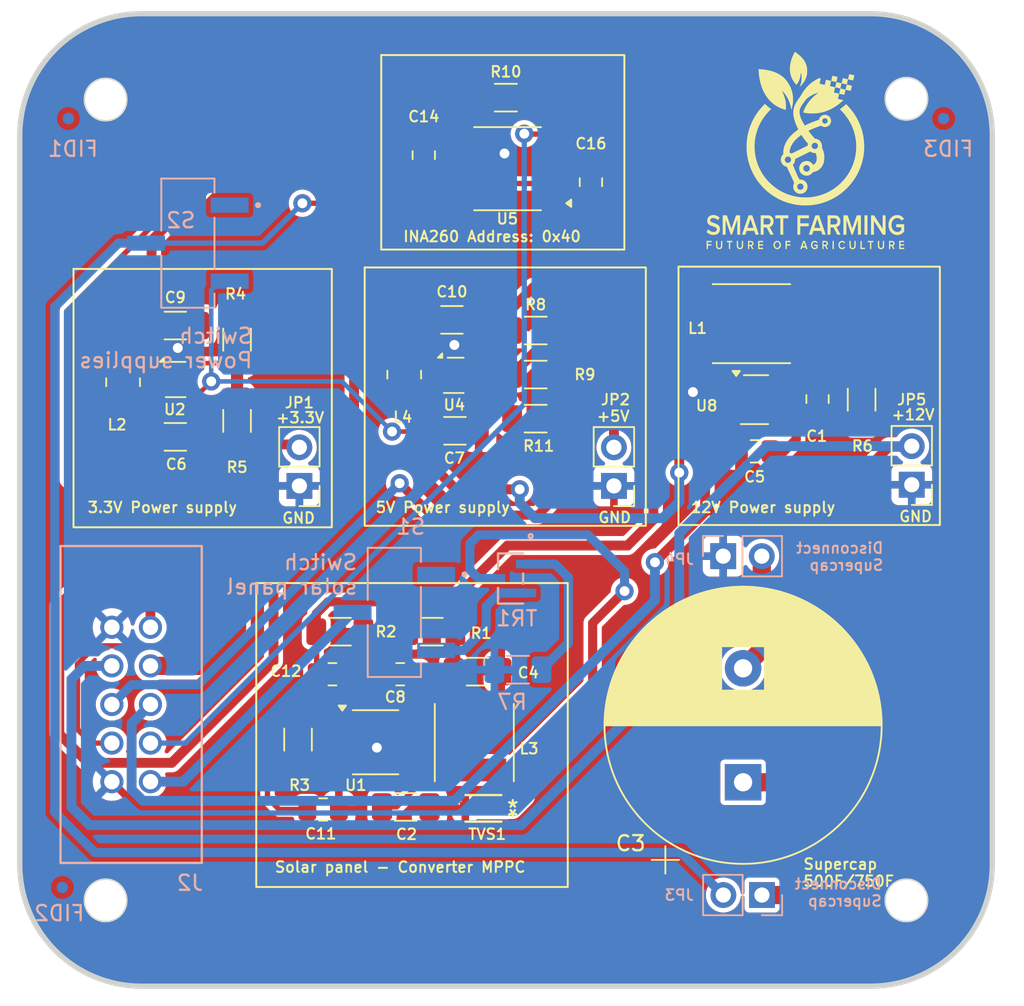
<source format=kicad_pcb>
(kicad_pcb (version 20240108) (generator "pcbnew") (generator_version "8.0")
  (title_block (title "Power_Supply") (date "2024-05-24") (rev "1.1") (company "Smart Farming gGmbH"))
  (layers (0 "F.Cu" signal) (31 "B.Cu" signal) (34 "B.Paste" user) (35 "F.Paste" user) (36 "B.SilkS" user "B.Silkscreen") (37 "F.SilkS" user "F.Silkscreen") (38 "B.Mask" user) (39 "F.Mask" user) (44 "Edge.Cuts" user))
  (net 0 "")
  (net 1 "Solar -")
  (net 2 "Net-(U1-VOUT)")
  (net 3 "Net-(JP3-A)")
  (net 4 "Net-(JP4-B)")
  (net 5 "Net-(JP3-B)")
  (net 6 "+12V")
  (net 7 "Net-(U4-FB)")
  (net 8 "Net-(U1-AUX)")
  (net 9 "Net-(U1-LDO)")
  (net 10 "Net-(U1-FB)")
  (net 11 "Net-(U2-EN)")
  (net 12 "VCC")
  (net 13 "+5.1V")
  (net 14 "Net-(U5-SCL)")
  (net 15 "Net-(U5-SDA)")
  (net 16 "Net-(U8-EN)")
  (net 17 "Net-(U1-SWITCH)")
  (net 18 "Net-(TR1-G)")
  (net 19 "Solar +")
  (net 20 "Net-(TR1-S)")
  (net 21 "Net-(TR1-D)")
  (net 22 "Net-(U2-LX1)")
  (net 23 "Net-(U2-LX2)")
  (net 24 "Net-(U4-LX1)")
  (net 25 "Net-(U4-LX2)")
  (net 26 "Net-(U8-SW)")
  (net 27 "Net-(U1-MPPC)")
  (net 28 "Net-(U2-FB)")
  (net 29 "Net-(U4-EN)")
  (net 32 "Net-(U5-ALERT)")
  (footprint "Resistor_SMD:R_1206_3216Metric_Pad1.30x1.75mm_HandSolder" (layer "F.Cu") (at 138.8625 102.87)
    (property "Reference" "R2")
    (property "Value" "360k 0.1%")
  )
  (footprint "Resistor_SMD:R_1206_3216Metric_Pad1.30x1.75mm_HandSolder" (layer "F.Cu") (at 132.1 83.65 90)
    (property "Reference" "R4")
    (property "Value" "91k 1%")
  )
  (footprint "Resistor_SMD:R_1206_3216Metric_Pad1.30x1.75mm_HandSolder" (layer "F.Cu") (at 173.2 87.6 90)
    (property "Reference" "R6")
    (property "Value" "47k")
  )
  (footprint "Capacitor_SMD:C_0805_2012Metric_Pad1.18x1.45mm_HandSolder" (layer "F.Cu") (at 170.3 87.5625 -90)
    (property "Reference" "C1")
    (property "Value" "1uF")
  )
  (footprint "Capacitor_SMD:C_0805_2012Metric_Pad1.18x1.45mm_HandSolder" (layer "F.Cu") (at 166.1625 91 180)
    (property "Reference" "C5")
    (property "Value" "4.7uF X7R Ceramic")
  )
  (footprint "Connector_PinHeader_2.54mm:PinHeader_1x02_P2.54mm_Vertical" (layer "F.Cu") (at 156.9 93.275 180)
    (property "Reference" "JP2")
    (property "Value" "Testpoint 5V")
  )
  (footprint "Capacitor_SMD:C_1206_3216Metric_Pad1.33x1.80mm_HandSolder" (layer "F.Cu") (at 143.2 114.4)
    (property "Reference" "C2")
    (property "Value" "100uF X7R Ceramic")
  )
  (footprint "Resistor_SMD:R_1206_3216Metric_Pad1.30x1.75mm_HandSolder" (layer "F.Cu") (at 151.75 83.05)
    (property "Reference" "R8")
    (property "Value" "845k 1%")
  )
  (footprint "Capacitor_THT:CP_Radial_D18.0mm_P7.50mm" (layer "F.Cu") (at 165.4 112.77778 90)
    (property "Reference" "C3")
    (property "Value" "C_SuperCap 3.8V 750F/H: 40mm")
  )
  (footprint "Capacitor_SMD:C_1206_3216Metric_Pad1.33x1.80mm_HandSolder" (layer "F.Cu") (at 146.4375 89.65)
    (property "Reference" "C7")
    (property "Value" "22uF X7R Ceramic")
  )
  (footprint "Package_SO:TSSOP-16_4.4x5mm_P0.65mm" (layer "F.Cu") (at 149.9 72.4 180)
    (property "Reference" "U5")
    (property "Value" "INA260")
  )
  (footprint "SmartFarming:Logo_Smart_Farming" (layer "F.Cu") (at 169.5 71.2)
    (property "Reference" "G**")
    (property "Value" "LOGO" (hide yes))
  )
  (footprint "SmartFarming:SOD-323HEUS2H_TOS" (layer "F.Cu") (at 148.3125 114.4955 180)
    (property "Reference" "TVS1")
    (property "Value" "CUHZ5V6_H3F")
  )
  (footprint "Inductor_SMD:L_1008_2520Metric_Pad1.43x2.20mm_HandSolder" (layer "F.Cu") (at 124.6 86.45 90)
    (property "Reference" "L2")
    (property "Value" "1uH")
  )
  (footprint "Resistor_SMD:R_1206_3216Metric_Pad1.30x1.75mm_HandSolder" (layer "F.Cu") (at 151.75 88.85)
    (property "Reference" "R11")
    (property "Value" "47k")
  )
  (footprint "Resistor_SMD:R_1206_3216Metric_Pad1.30x1.75mm_HandSolder" (layer "F.Cu") (at 144.9125 102.87 180)
    (property "Reference" "R1")
    (property "Value" "1M 0,1%")
  )
  (footprint "Package_TO_SOT_SMD:SOT-583-8" (layer "F.Cu") (at 146.36 86)
    (property "Reference" "U4")
    (property "Value" "TPS631000DRLR")
  )
  (footprint "Capacitor_SMD:C_0805_2012Metric_Pad1.18x1.45mm_HandSolder" (layer "F.Cu") (at 137.7625 114.57)
    (property "Reference" "C11")
    (property "Value" "4.7uF X7R Ceramic")
  )
  (footprint "Capacitor_SMD:C_0805_2012Metric_Pad1.18x1.45mm_HandSolder" (layer "F.Cu") (at 138.375 105.67 180)
    (property "Reference" "C12")
    (property "Value" "22pF X7R Ceramic")
  )
  (footprint "Capacitor_SMD:C_0805_2012Metric_Pad1.18x1.45mm_HandSolder" (layer "F.Cu") (at 142.8375 105.67 180)
    (property "Reference" "C8")
    (property "Value" "1uF X7R Ceramic")
  )
  (footprint "Inductor_SMD:L_1008_2520Metric_Pad1.43x2.20mm_HandSolder" (layer "F.Cu") (at 143.1 85.95 90)
    (property "Reference" "L4")
    (property "Value" "1uH")
  )
  (footprint "Connector_PinHeader_2.54mm:PinHeader_1x02_P2.54mm_Vertical" (layer "F.Cu") (at 176.5 93.2 180)
    (property "Reference" "JP5")
    (property "Value" "Testpoint 12V")
  )
  (footprint "Resistor_SMD:R_1206_3216Metric_Pad1.30x1.75mm_HandSolder" (layer "F.Cu") (at 149.7875 67.725)
    (property "Reference" "R10")
    (property "Value" "47k")
  )
  (footprint "Inductor_SMD:L_Taiyo-Yuden_MD-5050" (layer "F.Cu") (at 165.95 82.6 180)
    (property "Reference" "L1")
    (property "Value" "10uH")
  )
  (footprint "Inductor_SMD:L_Taiyo-Yuden_MD-5050" (layer "F.Cu") (at 147.7125 110.17 90)
    (property "Reference" "L3")
    (property "Value" "10uH")
  )
  (footprint "Resistor_SMD:R_1206_3216Metric_Pad1.30x1.75mm_HandSolder" (layer "F.Cu") (at 136.1125 109.97 90)
    (property "Reference" "R3")
    (property "Value" "549k 1%")
  )
  (footprint "Capacitor_SMD:C_1206_3216Metric_Pad1.33x1.80mm_HandSolder" (layer "F.Cu") (at 128.0375 82.725)
    (property "Reference" "C9")
    (property "Value" "47uF X5R Ceramic")
  )
  (footprint "Package_SO:MSOP-12_3x4mm_P0.65mm" (layer "F.Cu") (at 141.2125 110.145)
    (property "Reference" "U1")
    (property "Value" "LTC3105xMS")
  )
  (footprint "Connector_PinHeader_2.54mm:PinHeader_1x02_P2.54mm_Vertical" (layer "F.Cu") (at 136.2 93.275 180)
    (property "Reference" "JP1")
    (property "Value" "Testpoint 3.3V")
  )
  (footprint "Package_TO_SOT_SMD:SOT-23-6_Handsoldering" (layer "F.Cu") (at 166.15 87.6)
    (property "Reference" "U8")
    (property "Value" "TLV61046ADBVR")
  )
  (footprint "Resistor_SMD:R_1206_3216Metric_Pad1.30x1.75mm_HandSolder" (layer "F.Cu") (at 151.75 85.95)
    (property "Reference" "R9")
    (property "Value" "91k 1%")
  )
  (footprint "Capacitor_SMD:C_1206_3216Metric_Pad1.33x1.80mm_HandSolder" (layer "F.Cu") (at 128.0375 90.05)
    (property "Reference" "C6")
    (property "Value" "22uF X7R Ceramic")
  )
  (footprint "Resistor_SMD:R_1206_3216Metric_Pad1.30x1.75mm_HandSolder" (layer "F.Cu") (at 132.1 89 90)
    (property "Reference" "R5")
    (property "Value" "511k 1%")
  )
  (footprint "Capacitor_SMD:C_0805_2012Metric_Pad1.18x1.45mm_HandSolder" (layer "F.Cu") (at 144.3875 71.51 -90)
    (property "Reference" "C14")
    (property "Value" "0.1uF X7R Ceramic")
  )
  (footprint "Package_TO_SOT_SMD:SOT-583-8" (layer "F.Cu") (at 128.06 86.275)
    (property "Reference" "U2")
    (property "Value" "TPS631000DRLR")
  )
  (footprint "Capacitor_SMD:C_1206_3216Metric_Pad1.33x1.80mm_HandSolder" (layer "F.Cu") (at 147.925 105.5)
    (property "Reference" "C4")
    (property "Value" "10uF X7R Ceramic")
  )
  (footprint "Capacitor_SMD:C_0805_2012Metric_Pad1.18x1.45mm_HandSolder" (layer "F.Cu") (at 155.3875 73.29 90)
    (property "Reference" "C16")
    (property "Value" "100nF X7R Ceramic")
  )
  (footprint "Capacitor_SMD:C_1206_3216Metric_Pad1.33x1.80mm_HandSolder" (layer "F.Cu") (at 146.2375 82.35)
    (property "Reference" "C10")
    (property "Value" "47uF X5R Ceramic")
  )
  (footprint "Connector_PinHeader_2.54mm:PinHeader_1x02_P2.54mm_Vertical" (layer "B.Cu") (at 166.64 120.2 90)
    (property "Reference" "JP3")
    (property "Value" "Supercap")
  )
  (footprint "Fiducial:Fiducial_0.75mm_Mask1.5mm" (layer "B.Cu") (at 121 69.1 180)
    (property "Reference" "FID1")
    (property "Value" "Fiducial")
  )
  (footprint "Fiducial:Fiducial_0.75mm_Mask1.5mm" (layer "B.Cu") (at 178.6 69.1 180)
    (property "Reference" "FID3")
    (property "Value" "Fiducial")
  )
  (footprint "SmartFarming:CONN10_302-S101_OST" (layer "B.Cu") (at 123.86 112.74 90)
    (property "Reference" "J2")
    (property "Value" "302-S101")
  )
  (footprint "Connector_PinHeader_2.54mm:PinHeader_1x02_P2.54mm_Vertical" (layer "B.Cu") (at 164.09 97.9 -90)
    (property "Reference" "JP4")
    (property "Value" "Supercap")
  )
  (footprint "SmartFarming:TO-236_VIS" (layer "B.Cu") (at 150.1 99.3715 -90)
    (property "Reference" "TR1")
    (property "Value" "SI2333CDS")
  )
  (footprint "SmartFarming:SW_JS102011SCQN" (layer "B.Cu") (at 128.8625 77.3 180)
    (property "Reference" "S2")
    (property "Value" "Main Switch")
  )
  (footprint "SmartFarming:SW_JS102011SCQN" (layer "B.Cu") (at 142.45 101.6 180)
    (property "Reference" "S1")
    (property "Value" "Solar Panel")
  )
  (footprint "Resistor_SMD:R_1206_3216Metric_Pad1.30x1.75mm_HandSolder" (layer "B.Cu") (at 150.584 105.3715 180)
    (property "Reference" "R7")
    (property "Value" "750k")
  )
  (footprint "Fiducial:Fiducial_0.75mm_Mask1.5mm" (layer "B.Cu") (at 120.6 119.7 180)
    (property "Reference" "FID2")
    (property "Value" "Fiducial")
  )
  (gr_rect (start 140.5 78.9) (end 159 95.9) (stroke (width 0.13)) (fill none) (layer "F.SilkS"))
  (gr_rect (start 161.15 78.85) (end 178.35 95.85) (stroke (width 0.13)) (fill none) (layer "F.SilkS"))
  (gr_rect (start 133.3625 99.67) (end 153.8625 119.67) (stroke (width 0.13)) (fill none) (layer "F.SilkS"))
  (gr_rect (start 121.3375 78.999524) (end 138.3375 95.999524) (stroke (width 0.13)) (fill none) (layer "F.SilkS"))
  (gr_rect (start 141.5875 64.925) (end 157.5875 77.725) (stroke (width 0.13)) (fill none) (layer "F.SilkS"))
  (gr_circle (center 123.45 67.85) (end 124.85 67.85) (stroke (width 0.1)) (fill none) (layer "Edge.Cuts"))
  (gr_circle (center 123.45 120.55) (end 124.85 120.55) (stroke (width 0.1)) (fill none) (layer "Edge.Cuts"))
  (gr_circle (center 176.15 120.55) (end 177.55 120.55) (stroke (width 0.1)) (fill none) (layer "Edge.Cuts"))
  (gr_poly (pts (xy 174.196698 62.209832) (xy 174.590703 62.239147) (xy 174.981359 62.287673) (xy 175.368012 62.355138) (xy 175.750005 62.441272) (xy 176.126683 62.545801) (xy 176.497389 62.668456) (xy 176.861468 62.808964) (xy 177.218265 62.967053) (xy 177.567124 63.142452) (xy 177.907389 63.334889) (xy 178.238404 63.544094) (xy 178.559514 63.769793) (xy 178.870062 64.011716) (xy 179.169394 64.269591) (xy 179.456853 64.543146) (xy 179.730409 64.830605) (xy 179.988284 65.129937) (xy 180.230207 65.440486) (xy 180.455906 65.761596) (xy 180.665111 66.092612) (xy 180.857548 66.432877) (xy 181.032948 66.781736) (xy 181.191037 67.138533) (xy 181.331545 67.502612) (xy 181.454199 67.873319) (xy 181.558729 68.249996) (xy 181.644862 68.631989) (xy 181.712328 69.018642) (xy 181.760854 69.409299) (xy 181.790168 69.803303) (xy 181.8 70.2) (xy 181.8 118.2) (xy 181.790168 118.596698) (xy 181.760854 118.990703) (xy 181.712328 119.381359) (xy 181.644862 119.768012) (xy 181.558729 120.150005) (xy 181.454199 120.526683) (xy 181.331545 120.897389) (xy 181.191037 121.261468) (xy 181.032948 121.618265) (xy 180.857548 121.967124) (xy 180.665111 122.307389) (xy 180.455906 122.638404) (xy 180.230207 122.959514) (xy 179.988284 123.270062) (xy 179.730409 123.569394) (xy 179.456853 123.856853) (xy 179.169394 124.130409) (xy 178.870062 124.388284) (xy 178.559514 124.630207) (xy 178.238404 124.855906) (xy 177.907389 125.065111) (xy 177.567124 125.257548) (xy 177.218265 125.432948) (xy 176.861468 125.591037) (xy 176.497389 125.731545) (xy 176.126683 125.854199) (xy 175.750005 125.958729) (xy 175.368012 126.044862) (xy 174.981359 126.112328) (xy 174.590703 126.160854) (xy 174.196698 126.190168) (xy 173.8 126.2) (xy 125.8 126.2) (xy 125.403303 126.190168) (xy 125.009299 126.160854) (xy 124.618642 126.112328) (xy 124.23199 126.044862) (xy 123.849997 125.958729) (xy 123.473319 125.854199) (xy 123.102613 125.731545) (xy 122.738534 125.591037) (xy 122.381737 125.432948) (xy 122.032878 125.257548) (xy 121.692613 125.065111) (xy 121.361598 124.855906) (xy 121.040488 124.630207) (xy 120.729939 124.388284) (xy 120.430607 124.130409) (xy 120.143148 123.856853) (xy 119.869593 123.569394) (xy 119.611718 123.270062) (xy 119.369795 122.959514) (xy 119.144095 122.638404) (xy 118.934891 122.307389) (xy 118.742453 121.967124) (xy 118.567054 121.618265) (xy 118.408965 121.261468) (xy 118.268457 120.897389) (xy 118.145802 120.526683) (xy 118.041272 120.150005) (xy 117.955139 119.768012) (xy 117.887673 119.381359) (xy 117.839147 118.990703) (xy 117.809832 118.596698) (xy 117.8 118.2) (xy 117.8 70.2) (xy 117.809832 69.803303) (xy 117.839147 69.409299) (xy 117.887673 69.018642) (xy 117.955138 68.631989) (xy 118.041272 68.249996) (xy 118.145801 67.873319) (xy 118.268456 67.502612) (xy 118.408964 67.138533) (xy 118.567053 66.781736) (xy 118.742452 66.432877) (xy 118.934889 66.092612) (xy 119.144094 65.761596) (xy 119.369793 65.440486) (xy 119.611716 65.129937) (xy 119.869591 64.830605) (xy 120.143146 64.543146) (xy 120.430605 64.269591) (xy 120.729937 64.011716) (xy 121.040486 63.769793) (xy 121.361596 63.544094) (xy 121.692612 63.334889) (xy 122.032877 63.142452) (xy 122.381736 62.967053) (xy 122.738533 62.808964) (xy 123.102612 62.668456) (xy 123.473319 62.545801) (xy 123.849996 62.441272) (xy 124.231989 62.355138) (xy 124.618642 62.287673) (xy 125.009299 62.239147) (xy 125.403303 62.209832) (xy 125.8 62.2) (xy 173.8 62.2)) (stroke (width 0.349999)) (fill none) (layer "Edge.Cuts"))
  (gr_circle (center 176.15 67.8) (end 177.55 67.8) (stroke (width 0.1)) (fill none) (layer "Edge.Cuts"))
  (gr_text "Switch \nsolar panel" (at 140.1 100.5 0) (layer "B.SilkS") (effects (font (size 1 1)) (justify left bottom mirror)))
  (gr_text "Switch\nPower supplies" (at 133.2 85.6 0) (layer "B.SilkS") (effects (font (size 1 1)) (justify left bottom mirror)))
  (gr_text "Disconnect\nSupercap" (at 174.6 121 0) (layer "B.SilkS") (effects (font (size 0.7 0.7) (thickness 0.13) (bold yes)) (justify left bottom mirror)))
  (gr_text "Disconnect\nSupercap" (at 174.7 98.9 0) (layer "B.SilkS") (effects (font (size 0.7 0.7) (thickness 0.13) (bold yes)) (justify left bottom mirror)))
  (gr_text "+12V" (at 175.1 89 0) (layer "F.SilkS") (effects (font (size 0.7 0.7) (thickness 0.13) (bold yes)) (justify left bottom)))
  (gr_text "+3.3V" (at 134.6 89.2 0) (layer "F.SilkS") (effects (font (size 0.7 0.7) (thickness 0.13) (bold yes)) (justify left bottom)))
  (gr_text "INA260 Address: 0x40" (at 142.9625 77.275 0) (layer "F.SilkS") (effects (font (size 0.7 0.7) (thickness 0.13) (bold yes)) (justify left bottom)))
  (gr_text "GND" (at 135 95.8 0) (layer "F.SilkS") (effects (font (size 0.7 0.7) (thickness 0.13) (bold yes)) (justify left bottom)))
  (gr_text "12V Power supply" (at 161.9 95.1 0) (layer "F.SilkS") (effects (font (size 0.7 0.7) (thickness 0.13) (bold yes)) (justify left bottom)))
  (gr_text "GND" (at 175.6 95.7 0) (layer "F.SilkS") (effects (font (size 0.7 0.7) (thickness 0.13) (bold yes)) (justify left bottom)))
  (gr_text "3.3V Power supply" (at 122.2 95.1 0) (layer "F.SilkS") (effects (font (size 0.7 0.7) (thickness 0.13) (bold yes)) (justify left bottom)))
  (gr_text "Solar panel - Converter MPPC" (at 134.5125 118.77 0) (layer "F.SilkS") (effects (font (size 0.7 0.7) (thickness 0.13) (bold yes)) (justify left bottom)))
  (gr_text "5V Power supply" (at 141.15 95.1 0) (layer "F.SilkS") (effects (font (size 0.7 0.7) (thickness 0.13) (bold yes)) (justify left bottom)))
  (gr_text "Supercap\n500F/750F" (at 169.3 119.7 0) (layer "F.SilkS") (effects (font (size 0.7 0.7) (thickness 0.13) (bold yes)) (justify left bottom)))
  (gr_text "+5V" (at 155.7 89.1 0) (layer "F.SilkS") (effects (font (size 0.7 0.7) (thickness 0.13) (bold yes)) (justify left bottom)))
  (gr_text "GND" (at 155.8 95.765 0) (layer "F.SilkS") (effects (font (size 0.7 0.7) (thickness 0.13) (bold yes)) (justify left bottom)))
  (segment (start 128.41864 86.025) (end 128.165 85.77136) (width 0.3) (layer "F.Cu") (net 1))
  (segment (start 141.98 109.82) (end 141.3 110.5) (width 0.35) (layer "F.Cu") (net 1))
  (segment (start 140.03 111.77) (end 141.3 110.5) (width 0.35) (layer "F.Cu") (net 1))
  (segment (start 128.8 86.025) (end 128.41864 86.025) (width 0.3) (layer "F.Cu") (net 1))
  (segment (start 146.465 83.935) (end 146.465 83.535) (width 0.3) (layer "F.Cu") (net 1))
  (segment (start 128.165 84.16) (end 129.6 82.725) (width 0.3) (layer "F.Cu") (net 1))
  (segment (start 146.4 84) (end 146.465 83.935) (width 0.3) (layer "F.Cu") (net 1))
  (segment (start 139.0625 111.77) (end 140.03 111.77) (width 0.35) (layer "F.Cu") (net 1))
  (segment (start 147.0375 71.425) (end 149.675 71.425) (width 0.35) (layer "F.Cu") (net 1))
  (segment (start 146.4 86.56864) (end 146.4 88.8) (width 0.3) (layer "F.Cu") (net 1))
  (segment (start 147.25 89.65) (end 148 89.65) (width 0.3) (layer "F.Cu") (net 1))
  (segment (start 128.2 84.2) (end 128.165 84.165) (width 0.3) (layer "F.Cu") (net 1))
  (segment (start 128.165 85.77136) (end 128.165 84.235) (width 0.3) (layer "F.Cu") (net 1))
  (segment (start 146.4 85.43136) (end 146.4 84) (width 0.3) (layer "F.Cu") (net 1))
  (segment (start 128.165 84.235) (end 128.2 84.2) (width 0.3) (layer "F.Cu") (net 1))
  (segment (start 143.3625 111.77) (end 142.57 111.77) (width 0.35) (layer "F.Cu") (net 1))
  (segment (start 146.71864 85.75) (end 146.4 85.43136) (width 0.3) (layer "F.Cu") (net 1))
  (segment (start 140.62 109.82) (end 141.3 110.5) (width 0.35) (layer "F.Cu") (net 1))
  (segment (start 149.675 71.425) (end 149.7 71.4) (width 0.35) (layer "F.Cu") (net 1))
  (segment (start 146.71864 86.25) (end 146.4 86.56864) (width 0.3) (layer "F.Cu") (net 1))
  (segment (start 147.1 86.25) (end 147.1 85.75) (width 0.3) (layer "F.Cu") (net 1))
  (segment (start 139.0625 109.82) (end 140.62 109.82) (width 0.35) (layer "F.Cu") (net 1))
  (segment (start 147.65 82.35) (end 147.8 82.35) (width 0.3) (layer "F.Cu") (net 1))
  (segment (start 146.465 83.535) (end 147.65 82.35) (width 0.3) (layer "F.Cu") (net 1))
  (segment (start 164.8 87.6) (end 162.6 87.6) (width 0.65) (layer "F.Cu") (net 1))
  (segment (start 143.3625 109.82) (end 141.98 109.82) (width 0.35) (layer "F.Cu") (net 1))
  (segment (start 128.165 84.165) (end 128.165 84.16) (width 0.3) (layer "F.Cu") (net 1))
  (segment (start 147.1 85.75) (end 146.71864 85.75) (width 0.3) (layer "F.Cu") (net 1))
  (segment (start 146.4 88.8) (end 147.25 89.65) (width 0.3) (layer "F.Cu") (net 1))
  (segment (start 147.1 86.25) (end 146.71864 86.25) (width 0.3) (layer "F.Cu") (net 1))
  (segment (start 128.8 86.525) (end 128.8 86.025) (width 0.3) (layer "F.Cu") (net 1))
  (segment (start 162.6 87.6) (end 162.1 87.1) (width 0.65) (layer "F.Cu") (net 1))
  (segment (start 142.57 111.77) (end 141.3 110.5) (width 0.35) (layer "F.Cu") (net 1))
  (via (at 149.7 71.4) (size 1.2) (drill 0.65) (layers "F.Cu" "B.Cu") (net 1))
  (via (at 146.4 84) (size 1.2) (drill 0.65) (layers "F.Cu" "B.Cu") (net 1))
  (via (at 162.1 87.1) (size 1.2) (drill 0.65) (layers "F.Cu" "B.Cu") (net 1))
  (via (at 141.3 110.5) (size 1.2) (drill 0.65) (layers "F.Cu" "B.Cu") (net 1))
  (via (at 128.2 84.2) (size 1.2) (drill 0.65) (layers "F.Cu" "B.Cu") (net 1))
  (segment (start 152.7625 74.025) (end 152.7625 74.675) (width 0.35) (layer "F.Cu") (net 2))
  (segment (start 149.9 97.2) (end 146.4625 100.6375) (width 0.65) (layer "F.Cu") (net 2))
  (segment (start 157.8 97.2) (end 149.9 97.2) (width 0.65) (layer "F.Cu") (net 2))
  (segment (start 142.1875 109.17) (end 143.3625 109.17) (width 0.35) (layer "F.Cu") (net 2))
  (segment (start 147.0375 72.075) (end 148.275 72.075) (width 0.35) (layer "F.Cu") (net 2))
  (segment (start 153.0375 74.3) (end 155.36 74.3) (width 0.8) (layer "F.Cu") (net 2))
  (segment (start 152.7625 74.025) (end 152.7625 73.375) (width 0.25) (layer "F.Cu") (net 2))
  (segment (start 157.1275 74.3275) (end 159.5 76.7) (width 0.65) (layer "F.Cu") (net 2))
  (segment (start 149.575 73.375) (end 152.7625 73.375) (width 0.35) (layer "F.Cu") (net 2))
  (segment (start 155.36 74.3) (end 155.3875 74.3275) (width 0.35) (layer "F.Cu") (net 2))
  (segment (start 152.24375 73.375) (end 152.7625 73.89375) (width 0.35) (layer "F.Cu") (net 2))
  (segment (start 159.5 76.7) (end 159.5 95.5) (width 0.65) (layer "F.Cu") (net 2))
  (segment (start 152.7625 73.89375) (end 152.7625 74.025) (width 0.35) (layer "F.Cu") (net 2))
  (segment (start 144.087499 109.17) (end 144.6 108.657499) (width 0.35) (layer "F.Cu") (net 2))
  (segment (start 148.275 72.075) (end 149.575 73.375) (width 0.35) (layer "F.Cu") (net 2))
  (segment (start 146.4625 102.87) (end 146.4625 105.4) (width 0.65) (layer "F.Cu") (net 2))
  (segment (start 155.3875 74.3275) (end 157.1275 74.3275) (width 0.65) (layer "F.Cu") (net 2))
  (segment (start 144.6 107.9) (end 146.3625 106.1375) (width 0.35) (layer "F.Cu") (net 2))
  (segment (start 139.4125 105.67) (end 139.4125 106.395) (width 0.35) (layer "F.Cu") (net 2))
  (segment (start 139.4125 106.395) (end 142.1875 109.17) (width 0.35) (layer "F.Cu") (net 2))
  (segment (start 146.4625 105.4) (end 146.3625 105.5) (width 0.65) (layer "F.Cu") (net 2))
  (segment (start 146.4625 100.6375) (end 146.4625 102.87) (width 0.65) (layer "F.Cu") (net 2))
  (segment (start 146.3625 106.1375) (end 146.3625 105.5) (width 0.35) (layer "F.Cu") (net 2))
  (segment (start 159.5 95.5) (end 157.8 97.2) (width 0.65) (layer "F.Cu") (net 2))
  (segment (start 152.7625 74.025) (end 153.0375 74.3) (width 0.35) (layer "F.Cu") (net 2))
  (segment (start 144.6 108.657499) (end 144.6 107.9) (width 0.35) (layer "F.Cu") (net 2))
  (segment (start 143.3625 109.17) (end 144.087499 109.17) (width 0.35) (layer "F.Cu") (net 2))
  (segment (start 170.2 118.2) (end 168.2 120.2) (width 1.2) (layer "F.Cu") (net 3))
  (segment (start 168.2 120.2) (end 166.64 120.2) (width 1.2) (layer "F.Cu") (net 3))
  (segment (start 170.2 114.6) (end 170.2 118.2) (width 1.2) (layer "F.Cu") (net 3))
  (segment (start 165.4 112.77778) (end 168.37778 112.77778) (width 1.2) (layer "F.Cu") (net 3))
  (segment (start 168.37778 112.77778) (end 170.2 114.6) (width 1.2) (layer "F.Cu") (net 3))
  (segment (start 166.63 97.9) (end 166.63 104.04778) (width 1.2) (layer "F.Cu") (net 4))
  (segment (start 166.63 104.04778) (end 165.4 105.27778) (width 1.2) (layer "F.Cu") (net 4))
  (segment (start 147.0375 74.675) (end 136.4 74.675) (width 0.35) (layer "F.Cu") (net 5))
  (segment (start 147.0375 73.375) (end 147.0375 74.675) (width 0.35) (layer "F.Cu") (net 5))
  (via (at 136.4 74.675) (size 1.2) (drill 0.65) (layers "F.Cu" "B.Cu") (net 5))
  (segment (start 161.3 117.4) (end 122.75 117.4) (width 0.6) (layer "B.Cu") (net 5))
  (segment (start 164.1 120.2) (end 161.3 117.4) (width 0.6) (layer "B.Cu") (net 5))
  (segment (start 120.1 81.5) (end 124.3 77.3) (width 0.6) (layer "B.Cu") (net 5))
  (segment (start 136.4 74.675) (end 133.775 77.3) (width 0.35) (layer "B.Cu") (net 5))
  (segment (start 120.1 114.75) (end 120.1 81.5) (width 0.6) (layer "B.Cu") (net 5))
  (segment (start 122.75 117.4) (end 120.1 114.75) (width 0.6) (layer "B.Cu") (net 5))
  (segment (start 124.3 77.3) (end 126.1125 77.3) (width 0.6) (layer "B.Cu") (net 5))
  (segment (start 133.775 77.3) (end 126.1125 77.3) (width 0.35) (layer "B.Cu") (net 5))
  (segment (start 168.1 91) (end 167.2 91) (width 0.6) (layer "F.Cu") (net 6))
  (segment (start 168.9 88.220001) (end 168.9 90.2) (width 0.6) (layer "F.Cu") (net 6))
  (segment (start 168.9 90.2) (end 168.1 91) (width 0.6) (layer "F.Cu") (net 6))
  (segment (start 173.1 92.6) (end 175 90.7) (width 0.65) (layer "F.Cu") (net 6))
  (segment (start 167.8 92.6) (end 173.1 92.6) (width 0.65) (layer "F.Cu") (net 6))
  (segment (start 168.279999 87.6) (end 168.9 88.220001) (width 0.6) (layer "F.Cu") (net 6))
  (segment (start 176.46 90.7) (end 176.5 90.66) (width 0.65) (layer "F.Cu") (net 6))
  (segment (start 167.5 87.6) (end 168.279999 87.6) (width 0.6) (layer "F.Cu") (net 6))
  (segment (start 175 90.7) (end 176.46 90.7) (width 0.65) (layer "F.Cu") (net 6))
  (segment (start 167.2 91) (end 167.2 92) (width 0.65) (layer "F.Cu") (net 6))
  (segment (start 167.2 92) (end 167.8 92.6) (width 0.65) (layer "F.Cu") (net 6))
  (segment (start 123.86 105.12) (end 122.08 105.12) (width 0.65) (layer "B.Cu") (net 6))
  (segment (start 150.8 115.6) (end 157.6 108.8) (width 0.65) (layer "B.Cu") (net 6))
  (segment (start 122.08 105.12) (end 121.2 106) (width 0.65) (layer "B.Cu") (net 6))
  (segment (start 166.94 90.66) (end 176.5 90.66) (width 0.65) (layer "B.Cu") (net 6))
  (segment (start 121.2 106) (end 121.2 114.4) (width 0.65) (layer "B.Cu") (net 6))
  (segment (start 157.6 108.8) (end 157.6 105) (width 0.65) (layer "B.Cu") (net 6))
  (segment (start 161.2 96.4) (end 166.94 90.66) (width 0.65) (layer "B.Cu") (net 6))
  (segment (start 121.2 114.4) (end 122.4 115.6) (width 0.65) (layer "B.Cu") (net 6))
  (segment (start 122.4 115.6) (end 150.8 115.6) (width 0.65) (layer "B.Cu") (net 6))
  (segment (start 157.6 105) (end 161.2 101.4) (width 0.65) (layer "B.Cu") (net 6))
  (segment (start 161.2 101.4) (end 161.2 96.4) (width 0.65) (layer "B.Cu") (net 6))
  (segment (start 151.9 84.25) (end 150.2 85.95) (width 0.65) (layer "F.Cu") (net 7))
  (segment (start 147.1 85.25) (end 147.85 85.25) (width 0.3) (layer "F.Cu") (net 7))
  (segment (start 148.55 85.95) (end 150.2 85.95) (width 0.3) (layer "F.Cu") (net 7))
  (segment (start 153.3 83.05) (end 152.25 83.05) (width 0.65) (layer "F.Cu") (net 7))
  (segment (start 151.9 83.4) (end 151.9 84.25) (width 0.65) (layer "F.Cu") (net 7))
  (segment (start 147.85 85.25) (end 148.55 85.95) (width 0.3) (layer "F.Cu") (net 7))
  (segment (start 152.25 83.05) (end 151.9 83.4) (width 0.65) (layer "F.Cu") (net 7))
  (segment (start 142 107.5) (end 142 107.9) (width 0.35) (layer "F.Cu") (net 8))
  (segment (start 142.62 108.52) (end 143.3625 108.52) (width 0.35) (layer "F.Cu") (net 8))
  (segment (start 143.83 105.67) (end 142 107.5) (width 0.35) (layer "F.Cu") (net 8))
  (segment (start 142 107.9) (end 142.62 108.52) (width 0.35) (layer "F.Cu") (net 8))
  (segment (start 143.875 105.67) (end 143.83 105.67) (width 0.35) (layer "F.Cu") (net 8))
  (segment (start 139.0625 109.17) (end 138.337501 109.17) (width 0.35) (layer "F.Cu") (net 9))
  (segment (start 137.407501 110.1) (end 134.8 110.1) (width 0.35) (layer "F.Cu") (net 9))
  (segment (start 138.337501 109.17) (end 137.407501 110.1) (width 0.35) (layer "F.Cu") (net 9))
  (segment (start 134.1 113.8) (end 134.87 114.57) (width 0.35) (layer "F.Cu") (net 9))
  (segment (start 134.87 114.57) (end 136.725 114.57) (width 0.35) (layer "F.Cu") (net 9))
  (segment (start 134.8 110.1) (end 134.1 110.8) (width 0.35) (layer "F.Cu") (net 9))
  (segment (start 134.1 110.8) (end 134.1 113.8) (width 0.35) (layer "F.Cu") (net 9))
  (segment (start 139.0625 108.52) (end 138.22 108.52) (width 0.35) (layer "F.Cu") (net 10))
  (segment (start 142.9 100.9) (end 143.3625 101.3625) (width 0.6) (layer "F.Cu") (net 10))
  (segment (start 137.3375 102.895) (end 137.3125 102.87) (width 0.35) (layer "F.Cu") (net 10))
  (segment (start 137.3125 101.6875) (end 138.1 100.9) (width 0.6) (layer "F.Cu") (net 10))
  (segment (start 138.22 108.52) (end 137.3375 107.6375) (width 0.35) (layer "F.Cu") (net 10))
  (segment (start 137.3375 105.67) (end 137.3375 102.895) (width 0.35) (layer "F.Cu") (net 10))
  (segment (start 138.1 100.9) (end 142.9 100.9) (width 0.6) (layer "F.Cu") (net 10))
  (segment (start 137.3125 102.87) (end 137.3125 101.6875) (width 0.6) (layer "F.Cu") (net 10))
  (segment (start 143.3625 101.3625) (end 143.3625 102.87) (width 0.6) (layer "F.Cu") (net 10))
  (segment (start 137.3375 107.6375) (end 137.3375 105.67) (width 0.35) (layer "F.Cu") (net 10))
  (segment (start 126.475 87.87) (end 126.475 90.05) (width 0.3) (layer "F.Cu") (net 11))
  (segment (start 167.9 86.25) (end 167.9 82.75) (width 0.65) (layer "F.Cu") (net 11))
  (segment (start 127.32 87.025) (end 126.475 87.87) (width 0.3) (layer "F.Cu") (net 11))
  (segment (start 167.5 86.65) (end 170.175 86.65) (width 0.6) (layer "F.Cu") (net 11))
  (segment (start 166.1 88.3) (end 165.85 88.55) (width 0.6) (layer "F.Cu") (net 11))
  (segment (start 167.5 86.65) (end 167.9 86.25) (width 0.65) (layer "F.Cu") (net 11))
  (segment (start 166.799292 86.65) (end 166.1 87.349292) (width 0.6) (layer "F.Cu") (net 11))
  (segment (start 162.77028 88.55) (end 164.8 88.55) (width 0.65) (layer "F.Cu") (net 11))
  (segment (start 146.5 93.5) (end 144.875 91.875) (width 0.65) (layer "F.Cu") (net 11))
  (segment (start 142.3 89.7) (end 144.825 89.7) (width 0.3) (layer "F.Cu") (net 11))
  (segment (start 144.875 87.125) (end 144.875 89.65) (width 0.3) (layer "F.Cu") (net 11))
  (segment (start 161.2 92.4) (end 161.2 90.12028) (width 0.65) (layer "F.Cu") (net 11))
  (segment (start 144.825 89.7) (end 144.875 89.65) (width 0.3) (layer "F.Cu") (net 11))
  (segment (start 161.2 90.12028) (end 162.77028 88.55) (width 0.65) (layer "F.Cu") (net 11))
  (segment (start 166.1 87.349292) (end 166.1 88.3) (width 0.6) (layer "F.Cu") (net 11))
  (segment (start 170.175 86.65) (end 170.3 86.525) (width 0.6) (layer "F.Cu") (net 11))
  (segment (start 130.4 86.4) (end 129.775 87.025) (width 0.3) (layer "F.Cu") (net 11))
  (segment (start 129.775 87.025) (end 128.8 87.025) (width 0.3) (layer "F.Cu") (net 11))
  (segment (start 167.5 86.65) (end 166.799292 86.65) (width 0.6) (layer "F.Cu") (net 11))
  (segment (start 150.7 93.5) (end 146.5 93.5) (width 0.65) (layer "F.Cu") (net 11))
  (segment (start 127.32 87.025) (end 128.8 87.025) (width 0.3) (layer "F.Cu") (net 11))
  (segment (start 144.875 91.875) (end 144.875 89.65) (width 0.65) (layer "F.Cu") (net 11))
  (segment (start 145.62 86.75) (end 145.25 86.75) (width 0.3) (layer "F.Cu") (net 11))
  (segment (start 167.9 82.75) (end 167.75 82.6) (width 0.65) (layer "F.Cu") (net 11))
  (segment (start 165.85 88.55) (end 164.8 88.55) (width 0.6) (layer "F.Cu") (net 11))
  (segment (start 145.25 86.75) (end 144.875 87.125) (width 0.3) (layer "F.Cu") (net 11))
  (via (at 130.4 86.4) (size 1.2) (drill 0.65) (layers "F.Cu" "B.Cu") (net 11))
  (via (at 161.2 92.4) (size 1.2) (drill 0.65) (layers "F.Cu" "B.Cu") (net 11))
  (via (at 142.3 89.7) (size 1.2) (drill 0.65) (layers "F.Cu" "B.Cu") (net 11))
  (via (at 150.7 93.5) (size 1.2) (drill 0.65) (layers "F.Cu" "B.Cu") (net 11))
  (segment (start 151.7 95.4) (end 150.7 94.4) (width 0.65) (layer "B.Cu") (net 11))
  (segment (start 161.2 94.3) (end 160.1 95.4) (width 0.65) (layer "B.Cu") (net 11))
  (segment (start 131.6125 79.8) (end 131 79.8) (width 0.3) (layer "B.Cu") (net 11))
  (segment (start 139 86.4) (end 142.3 89.7) (width 0.3) (layer "B.Cu") (net 11))
  (segment (start 161.2 92.4) (end 161.2 94.3) (width 0.65) (layer "B.Cu") (net 11))
  (segment (start 150.7 94.4) (end 150.7 93.5) (width 0.65) (layer "B.Cu") (net 11))
  (segment (start 160.1 95.4) (end 151.7 95.4) (width 0.65) (layer "B.Cu") (net 11))
  (segment (start 131.6125 79.8) (end 130.9 79.8) (width 0.35) (layer "B.Cu") (net 11))
  (segment (start 131 79.8) (end 130.4 80.4) (width 0.3) (layer "B.Cu") (net 11))
  (segment (start 130.4 80.4) (end 130.4 86.4) (width 0.3) (layer "B.Cu") (net 11))
  (segment (start 130.4 86.4) (end 139 86.4) (width 0.3) (layer "B.Cu") (net 11))
  (segment (start 127.32 85.525) (end 126.925 85.525) (width 0.3) (layer "F.Cu") (net 12))
  (segment (start 144.3875 70.4725) (end 133.1275 70.4725) (width 0.65) (layer "F.Cu") (net 12))
  (segment (start 126.475 82.725) (end 124.075 82.725) (width 0.65) (layer "F.Cu") (net 12))
  (segment (start 147.0375 70.775) (end 144.69 70.775) (width 0.35) (layer "F.Cu") (net 12))
  (segment (start 126.925 85.525) (end 126.475 85.075) (width 0.3) (layer "F.Cu") (net 12))
  (segment (start 124.075 82.725) (end 122.4 84.4) (width 0.65) (layer "F.Cu") (net 12))
  (segment (start 148.6 68.0875) (end 148.6 70.2) (width 0.35) (layer "F.Cu") (net 12))
  (segment (start 132.1 90.55) (end 132.1 102.6) (width 1.2) (layer "F.Cu") (net 12))
  (segment (start 132.1 90.55) (end 136.015 90.55) (width 0.65) (layer "F.Cu") (net 12))
  (segment (start 126.475 85.075) (end 126.475 82.725) (width 0.3) (layer "F.Cu") (net 12))
  (segment (start 125.1 91.9) (end 130.75 91.9) (width 0.65) (layer "F.Cu") (net 12))
  (segment (start 130.75 91.9) (end 132.1 90.55) (width 0.65) (layer "F.Cu") (net 12))
  (segment (start 148.2375 67.725) (end 148.6 68.0875) (width 0.35) (layer "F.Cu") (net 12))
  (segment (start 122.4 89.2) (end 125.1 91.9) (width 0.65) (layer "F.Cu") (net 12))
  (segment (start 122.4 84.4) (end 122.4 89.2) (width 0.65) (layer "F.Cu") (net 12))
  (segment (start 132.1 102.6) (end 129.58 105.12) (width 1.2) (layer "F.Cu") (net 12))
  (segment (start 136.015 90.55) (end 136.2 90.735) (width 0.65) (layer "F.Cu") (net 12))
  (segment (start 148.025 70.775) (end 147.0375 70.775) (width 0.35) (layer "F.Cu") (net 12))
  (segment (start 144.69 70.775) (end 144.3875 70.4725) (width 0.35) (layer "F.Cu") (net 12))
  (segment (start 133.1275 70.4725) (end 126.475 77.125) (width 0.65) (layer "F.Cu") (net 12))
  (segment (start 126.475 77.125) (end 126.475 82.725) (width 0.65) (layer "F.Cu") (net 12))
  (segment (start 129.58 105.12) (end 126.4 105.12) (width 1.2) (layer "F.Cu") (net 12))
  (segment (start 148.6 70.2) (end 148.025 70.775) (width 0.35) (layer "F.Cu") (net 12))
  (segment (start 126.4 102.58) (end 126.4 100.3) (width 0.65) (layer "F.Cu") (net 13))
  (segment (start 139.8 83.9) (end 142 81.7) (width 0.65) (layer "F.Cu") (net 13))
  (segment (start 145.62 85.25) (end 144.675 84.305) (width 0.3) (layer "F.Cu") (net 13))
  (segment (start 127.8 111.5) (end 134.5 104.8) (width 0.65) (layer "F.Cu") (net 13))
  (segment (start 122.3 111.5) (end 127.8 111.5) (width 0.65) (layer "F.Cu") (net 13))
  (segment (start 125.6 99.5) (end 122 99.5) (width 0.65) (layer "F.Cu") (net 13))
  (segment (start 139.8 93.5) (end 139.8 83.9) (width 0.65) (layer "F.Cu") (net 13))
  (segment (start 144.675 84.305) (end 144.675 82.35) (width 0.3) (layer "F.Cu") (net 13))
  (segment (start 142 81.7) (end 144.025 81.7) (width 0.65) (layer "F.Cu") (net 13))
  (segment (start 150.2 81) (end 150.2 83.05) (width 0.6) (layer "F.Cu") (net 13))
  (segment (start 120.4 101.1) (end 120.4 109.6) (width 0.65) (layer "F.Cu") (net 13))
  (segment (start 150.2 81.6) (end 151.6 80.2) (width 0.65) (layer "F.Cu") (net 13))
  (segment (start 120.4 109.6) (end 122.3 111.5) (width 0.65) (layer "F.Cu") (net 13))
  (segment (start 156.1 80.2) (end 156.9 81) (width 0.65) (layer "F.Cu") (net 13))
  (segment (start 122 99.5) (end 120.4 101.1) (width 0.65) (layer "F.Cu") (net 13))
  (segment (start 134.5 104.8) (end 134.5 98.8) (width 0.65) (layer "F.Cu") (net 13))
  (segment (start 150.2 83.05) (end 150.2 81.6) (width 0.65) (layer "F.Cu") (net 13))
  (segment (start 126.4 100.3) (end 125.6 99.5) (width 0.65) (layer "F.Cu") (net 13))
  (segment (start 144.025 81.7) (end 144.675 82.35) (width 0.65) (layer "F.Cu") (net 13))
  (segment (start 145.5 80.1) (end 149.3 80.1) (width 0.6) (layer "F.Cu") (net 13))
  (segment (start 149.3 80.1) (end 150.2 81) (width 0.6) (layer "F.Cu") (net 13))
  (segment (start 134.5 98.8) (end 139.8 93.5) (width 0.65) (layer "F.Cu") (net 13))
  (segment (start 156.9 81) (end 156.9 90.735) (width 0.65) (layer "F.Cu") (net 13))
  (segment (start 151.6 80.2) (end 156.1 80.2) (width 0.65) (layer "F.Cu") (net 13))
  (segment (start 144.675 82.35) (end 144.675 80.925) (width 0.6) (layer "F.Cu") (net 13))
  (segment (start 144.675 80.925) (end 145.5 80.1) (width 0.6) (layer "F.Cu") (net 13))
  (segment (start 128.4 100.4) (end 128.4 103.1) (width 0.35) (layer "F.Cu") (net 14))
  (segment (start 145.56 69.56) (end 133.120762 69.56) (width 0.35) (layer "F.Cu") (net 14))
  (segment (start 147.0375 70.125) (end 146.125 70.125) (width 0.35) (layer "F.Cu") (net 14))
  (segment (start 128.4 103.1) (end 127.7 103.8) (width 0.35) (layer "F.Cu") (net 14))
  (segment (start 146.125 70.125) (end 145.56 69.56) (width 0.35) (layer "F.Cu") (net 14))
  (segment (start 122.8 103.8) (end 121.6 105) (width 0.35) (layer "F.Cu") (net 14))
  (segment (start 127.7 103.8) (end 122.8 103.8) (width 0.35) (layer "F.Cu") (net 14))
  (segment (start 120.9 81.780762) (end 120.9 92.9) (width 0.35) (layer "F.Cu") (net 14))
  (segment (start 121.6 105) (end 121.6 109.3) (width 0.35) (layer "F.Cu") (net 14))
  (segment (start 122.5 110.2) (end 123.86 110.2) (width 0.35) (layer "F.Cu") (net 14))
  (segment (start 133.120762 69.56) (end 120.9 81.780762) (width 0.35) (layer "F.Cu") (net 14))
  (segment (start 121.6 109.3) (end 122.5 110.2) (width 0.35) (layer "F.Cu") (net 14))
  (segment (start 120.9 92.9) (end 128.4 100.4) (width 0.35) (layer "F.Cu") (net 14))
  (segment (start 152.7625 70.125) (end 151.025 70.125) (width 0.35) (layer "F.Cu") (net 15))
  (segment (start 151.025 70.125) (end 151 70.1) (width 0.35) (layer "F.Cu") (net 15))
  (via (at 151 70.1) (size 1.2) (drill 0.65) (layers "F.Cu" "B.Cu") (net 15))
  (segment (start 151 70.1) (end 151 87.9) (width 0.35) (layer "B.Cu") (net 15))
  (segment (start 151 87.9) (end 128.7 110.2) (width 0.35) (layer "B.Cu") (net 15))
  (segment (start 128.7 110.2) (end 126.4 110.2) (width 0.35) (layer "B.Cu") (net 15))
  (segment (start 179 93.9) (end 179 90.3) (width 0.6) (layer "F.Cu") (net 16))
  (segment (start 162.9 92.6) (end 162.9 95) (width 0.65) (layer "F.Cu") (net 16))
  (segment (start 162.9 95) (end 159.6 98.3) (width 0.65) (layer "F.Cu") (net 16))
  (segment (start 163.9 89.5) (end 167 89.5) (width 0.6) (layer "F.Cu") (net 16))
  (segment (start 167.5 89) (end 167.5 88.55) (width 0.6) (layer "F.Cu") (net 16))
  (segment (start 162.9 92.6) (end 162.9 94.5) (width 0.6) (layer "F.Cu") (net 16))
  (segment (start 179 90.3) (end 177.85 89.15) (width 0.6) (layer "F.Cu") (net 16))
  (segment (start 177.4 95.5) (end 179 93.9) (width 0.6) (layer "F.Cu") (net 16))
  (segment (start 163.9 95.5) (end 177.4 95.5) (width 0.6) (layer "F.Cu") (net 16))
  (segment (start 177.85 89.15) (end 173.2 89.15) (width 0.6) (layer "F.Cu") (net 16))
  (segment (start 167 89.5) (end 167.5 89) (width 0.6) (layer "F.Cu") (net 16))
  (segment (start 162.9 90.5) (end 163.9 89.5) (width 0.6) (layer "F.Cu") (net 16))
  (segment (start 162.9 92.6) (end 162.9 90.5) (width 0.6) (layer "F.Cu") (net 16))
  (segment (start 162.9 94.5) (end 163.9 95.5) (width 0.6) (layer "F.Cu") (net 16))
  (via (at 159.6 98.3) (size 1.2) (drill 0.65) (layers "F.Cu" "B.Cu") (net 16))
  (segment (start 125.910617 114) (end 125.163 113.252383) (width 0.65) (layer "B.Cu") (net 16))
  (segment (start 159.6 100.8) (end 146.4 114) (width 0.65) (layer "B.Cu") (net 16))
  (segment (start 125.163 108.897) (end 126.4 107.66) (width 0.65) (layer "B.Cu") (net 16))
  (segment (start 146.4 114) (end 125.910617 114) (width 0.65) (layer "B.Cu") (net 16))
  (segment (start 125.163 113.252383) (end 125.163 108.897) (width 0.65) (layer "B.Cu") (net 16))
  (segment (start 159.6 98.3) (end 159.6 100.8) (width 0.65) (layer "B.Cu") (net 16))
  (segment (start 143.3625 110.47) (end 144.33 110.47) (width 0.35) (layer "F.Cu") (net 17))
  (segment (start 144.8 110) (end 144.8 109.2) (width 0.35) (layer "F.Cu") (net 17))
  (segment (start 144.33 110.47) (end 144.8 110) (width 0.35) (layer "F.Cu") (net 17))
  (segment (start 145.63 108.37) (end 147.7125 108.37) (width 0.35) (layer "F.Cu") (net 17))
  (segment (start 144.8 109.2) (end 145.63 108.37) (width 0.35) (layer "F.Cu") (net 17))
  (segment (start 153.9 103.6055) (end 152.134 105.3715) (width 0.6) (layer "B.Cu") (net 18))
  (segment (start 151.116 98.421499) (end 153.021499 98.421499) (width 0.6) (layer "B.Cu") (net 18))
  (segment (start 153.9 99.3) (end 153.9 103.6055) (width 0.6) (layer "B.Cu") (net 18))
  (segment (start 153.021499 98.421499) (end 153.9 99.3) (width 0.6) (layer "B.Cu") (net 18))
  (segment (start 139.7 101.6) (end 128.56 112.74) (width 0.65) (layer "B.Cu") (net 19))
  (segment (start 128.56 112.74) (end 126.4 112.74) (width 0.65) (layer "B.Cu") (net 19))
  (segment (start 147 104.1) (end 145.2 104.1) (width 0.6) (layer "B.Cu") (net 20))
  (segment (start 148.5 101.2) (end 148.5 102.6) (width 0.6) (layer "B.Cu") (net 20))
  (segment (start 151.116 100.321501) (end 149.378499 100.321501) (width 0.6) (layer "B.Cu") (net 20))
  (segment (start 148.5 102.6) (end 147 104.1) (width 0.6) (layer "B.Cu") (net 20))
  (segment (start 149.378499 100.321501) (end 148.5 101.2) (width 0.6) (layer "B.Cu") (net 20))
  (segment (start 144.087499 111.12) (end 144.8 111.832501) (width 0.35) (layer "F.Cu") (net 21))
  (segment (start 150.2045 114.4955) (end 148.9602 114.4955) (width 0.8) (layer "F.Cu") (net 21))
  (segment (start 143.3625 111.12) (end 144.041312 111.12) (width 0.35) (layer "F.Cu") (net 21))
  (segment (start 155.5 102.3) (end 155.5 106.37) (width 0.6) (layer "F.Cu") (net 21))
  (segment (start 157.6 100.2) (end 155.5 102.3) (width 0.6) (layer "F.Cu") (net 21))
  (segment (start 144.041312 111.12) (end 144.921312 112) (width 0.35) (layer "F.Cu") (net 21))
  (segment (start 151 113.7) (end 150.2045 114.4955) (width 0.8) (layer "F.Cu") (net 21))
  (segment (start 150.37 111.97) (end 151 112.6) (width 0.8) (layer "F.Cu") (net 21))
  (segment (start 144.921312 112) (end 147.6825 112) (width 0.35) (layer "F.Cu") (net 21))
  (segment (start 147.7125 111.97) (end 150.37 111.97) (width 0.8) (layer "F.Cu") (net 21))
  (segment (start 143.3625 111.12) (end 144.087499 111.12) (width 0.35) (layer "F.Cu") (net 21))
  (segment (start 142.6 114.4) (end 141.6375 114.4) (width 0.35) (layer "F.Cu") (net 21))
  (segment (start 149.9 111.97) (end 147.7125 111.97) (width 0.6) (layer "F.Cu") (net 21))
  (segment (start 155.5 106.37) (end 149.9 111.97) (width 0.6) (layer "F.Cu") (net 21))
  (segment (start 144.8 111.832501) (end 144.8 112.2) (width 0.35) (layer "F.Cu") (net 21))
  (segment (start 144.8 112.2) (end 142.6 114.4) (width 0.35) (layer "F.Cu") (net 21))
  (segment (start 147.6825 112) (end 147.7125 111.97) (width 0.35) (layer "F.Cu") (net 21))
  (segment (start 151 112.6) (end 151 113.7) (width 0.8) (layer "F.Cu") (net 21))
  (via (at 157.6 100.2) (size 1.2) (drill 0.65) (layers "F.Cu" "B.Cu") (net 21))
  (segment (start 155.2 96.5) (end 157.6 98.9) (width 0.6) (layer "B.Cu") (net 21))
  (segment (start 157.6 98.9) (end 157.6 100.2) (width 0.6) (layer "B.Cu") (net 21))
  (segment (start 147.993 99.3715) (end 147.4215 98.8) (width 0.6) (layer "B.Cu") (net 21))
  (segment (start 147.4215 97.0785) (end 148 96.5) (width 0.6) (layer "B.Cu") (net 21))
  (segment (start 149.084 99.3715) (end 147.993 99.3715) (width 0.6) (layer "B.Cu") (net 21))
  (segment (start 147.4215 98.8) (end 147.4215 97.0785) (width 0.6) (layer "B.Cu") (net 21))
  (segment (start 148 96.5) (end 155.2 96.5) (width 0.6) (layer "B.Cu") (net 21))
  (segment (start 126.93864 86.525) (end 125.85114 87.6125) (width 0.3) (layer "F.Cu") (net 22))
  (segment (start 127.32 86.525) (end 126.93864 86.525) (width 0.3) (layer "F.Cu") (net 22))
  (segment (start 125.85114 87.6125) (end 124.6 87.6125) (width 0.3) (layer "F.Cu") (net 22))
  (segment (start 125.9875 85.2875) (end 124.6 85.2875) (width 0.3) (layer "F.Cu") (net 23))
  (segment (start 126.725 86.025) (end 125.9875 85.2875) (width 0.3) (layer "F.Cu") (net 23))
  (segment (start 127.32 86.025) (end 126.725 86.025) (width 0.3) (layer "F.Cu") (net 23))
  (segment (start 144.0875 87.1125) (end 143.1 87.1125) (width 0.3) (layer "F.Cu") (net 24))
  (segment (start 144.95 86.25) (end 144.0875 87.1125) (width 0.3) (layer "F.Cu") (net 24))
  (segment (start 145.62 86.25) (end 144.95 86.25) (width 0.3) (layer "F.Cu") (net 24))
  (segment (start 144.6 85.11136) (end 144.6 85.1) (width 0.3) (layer "F.Cu") (net 25))
  (segment (start 144.2875 84.7875) (end 143.1 84.7875) (width 0.3) (layer "F.Cu") (net 25))
  (segment (start 145.62 85.75) (end 145.23864 85.75) (width 0.3) (layer "F.Cu") (net 25))
  (segment (start 145.23864 85.75) (end 144.6 85.11136) (width 0.3) (layer "F.Cu") (net 25))
  (segment (start 144.6 85.1) (end 144.2875 84.7875) (width 0.3) (layer "F.Cu") (net 25))
  (segment (start 164.1 85.95) (end 164.1 82.65) (width 0.6) (layer "F.Cu") (net 26))
  (segment (start 164.8 86.65) (end 164.1 85.95) (width 0.6) (layer "F.Cu") (net 26))
  (segment (start 164.1 82.65) (end 164.15 82.6) (width 0.6) (layer "F.Cu") (net 26))
  (segment (start 139.0625 111.12) (end 136.5125 111.12) (width 0.35) (layer "F.Cu") (net 27))
  (segment (start 136.5125 111.12) (end 136.1125 111.52) (width 0.35) (layer "F.Cu") (net 27))
  (segment (start 132.1 87.45) (end 132.1 85.2) (width 0.8) (layer "F.Cu") (net 28))
  (segment (start 129.9 85.2) (end 132.1 85.2) (width 0.3) (layer "F.Cu") (net 28))
  (segment (start 128.8 85.525) (end 129.575 85.525) (width 0.3) (layer "F.Cu") (net 28))
  (segment (start 129.575 85.525) (end 129.9 85.2) (width 0.3) (layer "F.Cu") (net 28))
  (segment (start 144.9 95.2) (end 142.8 93.1) (width 0.6) (layer "F.Cu") (net 29))
  (segment (start 152.6 92.6) (end 152.6 94.5) (width 0.6) (layer "F.Cu") (net 29))
  (segment (start 150.2 90.2) (end 152.6 92.6) (width 0.6) (layer "F.Cu") (net 29))
  (segment (start 151.9 95.2) (end 144.9 95.2) (width 0.6) (layer "F.Cu") (net 29))
  (segment (start 150.2 88.85) (end 150.2 90.2) (width 0.6) (layer "F.Cu") (net 29))
  (segment (start 147.1 86.75) (end 148.45 86.75) (width 0.3) (layer "F.Cu") (net 29))
  (segment (start 152.6 94.5) (end 151.9 95.2) (width 0.6) (layer "F.Cu") (net 29))
  (segment (start 150.2 87.7) (end 150.2 88.85) (width 0.3) (layer "F.Cu") (net 29))
  (segment (start 149.2 87.5) (end 150 87.5) (width 0.3) (layer "F.Cu") (net 29))
  (segment (start 150 87.5) (end 150.2 87.7) (width 0.3) (layer "F.Cu") (net 29))
  (segment (start 148.45 86.75) (end 149.2 87.5) (width 0.3) (layer "F.Cu") (net 29))
  (via (at 142.8 93.1) (size 1.2) (drill 0.65) (layers "F.Cu" "B.Cu") (net 29))
  (segment (start 142.8 93.1) (end 129.543 106.357) (width 0.6) (layer "B.Cu") (net 29))
  (segment (start 125.163 106.357) (end 123.86 107.66) (width 0.6) (layer "B.Cu") (net 29))
  (segment (start 129.543 106.357) (end 125.163 106.357) (width 0.6) (layer "B.Cu") (net 29))
  (segment (start 153.499999 70.775) (end 153.9 70.374999) (width 0.35) (layer "F.Cu") (net 32))
  (segment (start 153.9 69) (end 152.625 67.725) (width 0.35) (layer "F.Cu") (net 32))
  (segment (start 152.625 67.725) (end 151.3375 67.725) (width 0.35) (layer "F.Cu") (net 32))
  (segment (start 152.7625 70.775) (end 153.499999 70.775) (width 0.35) (layer "F.Cu") (net 32))
  (segment (start 153.9 70.374999) (end 153.9 69) (width 0.35) (layer "F.Cu") (net 32))
  (zone (net 1) (net_name "Solar -") (layer "F.Cu") (connect_pads (clearance 0.3)) (min_thickness 0.25) (fill yes (thermal_gap 0.5) (thermal_bridge_width 0.5))
    (polygon (pts (xy 116.9 61.3) (xy 183 61.3) (xy 183.9 62.2) (xy 183.9 127.4) (xy 183.8 127.5) (xy 116.5 127.5) (xy 116.5 61.7)))
  )
  (zone (net 1) (net_name "Solar -") (layer "B.Cu") (priority 1) (connect_pads (clearance 0.3)) (min_thickness 0.25) (fill yes (thermal_gap 0.5) (thermal_bridge_width 0.5))
    (polygon (pts (xy 183 61.3) (xy 116.9 61.3) (xy 116.5 61.7) (xy 116.5 127.5) (xy 183.8 127.5) (xy 183.9 127.4) (xy 183.9 62.2)))
  )
)
</source>
